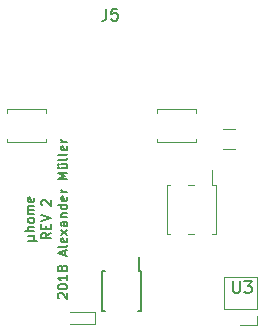
<source format=gto>
G04 #@! TF.FileFunction,Legend,Top*
%FSLAX46Y46*%
G04 Gerber Fmt 4.6, Leading zero omitted, Abs format (unit mm)*
G04 Created by KiCad (PCBNEW 4.0.7-e2-6376~60~ubuntu17.10.1) date Mon Apr  2 23:18:42 2018*
%MOMM*%
%LPD*%
G01*
G04 APERTURE LIST*
%ADD10C,0.100000*%
%ADD11C,0.200000*%
%ADD12C,0.120000*%
%ADD13C,0.150000*%
G04 APERTURE END LIST*
D10*
D11*
X158245371Y-142442972D02*
X159045371Y-142442972D01*
X158664419Y-142062019D02*
X158740610Y-142023924D01*
X158778705Y-141947734D01*
X158664419Y-142442972D02*
X158740610Y-142404877D01*
X158778705Y-142328686D01*
X158778705Y-142176305D01*
X158740610Y-142100115D01*
X158664419Y-142062019D01*
X158245371Y-142062019D01*
X158778705Y-141604877D02*
X157978705Y-141604877D01*
X158778705Y-141262020D02*
X158359657Y-141262020D01*
X158283467Y-141300115D01*
X158245371Y-141376305D01*
X158245371Y-141490591D01*
X158283467Y-141566782D01*
X158321562Y-141604877D01*
X158778705Y-140766781D02*
X158740610Y-140842972D01*
X158702514Y-140881067D01*
X158626324Y-140919162D01*
X158397752Y-140919162D01*
X158321562Y-140881067D01*
X158283467Y-140842972D01*
X158245371Y-140766781D01*
X158245371Y-140652495D01*
X158283467Y-140576305D01*
X158321562Y-140538210D01*
X158397752Y-140500114D01*
X158626324Y-140500114D01*
X158702514Y-140538210D01*
X158740610Y-140576305D01*
X158778705Y-140652495D01*
X158778705Y-140766781D01*
X158778705Y-140157257D02*
X158245371Y-140157257D01*
X158321562Y-140157257D02*
X158283467Y-140119162D01*
X158245371Y-140042971D01*
X158245371Y-139928685D01*
X158283467Y-139852495D01*
X158359657Y-139814400D01*
X158778705Y-139814400D01*
X158359657Y-139814400D02*
X158283467Y-139776304D01*
X158245371Y-139700114D01*
X158245371Y-139585828D01*
X158283467Y-139509638D01*
X158359657Y-139471543D01*
X158778705Y-139471543D01*
X158740610Y-138785828D02*
X158778705Y-138862018D01*
X158778705Y-139014399D01*
X158740610Y-139090590D01*
X158664419Y-139128685D01*
X158359657Y-139128685D01*
X158283467Y-139090590D01*
X158245371Y-139014399D01*
X158245371Y-138862018D01*
X158283467Y-138785828D01*
X158359657Y-138747733D01*
X158435848Y-138747733D01*
X158512038Y-139128685D01*
X160178705Y-141757257D02*
X159797752Y-142023924D01*
X160178705Y-142214400D02*
X159378705Y-142214400D01*
X159378705Y-141909638D01*
X159416800Y-141833447D01*
X159454895Y-141795352D01*
X159531086Y-141757257D01*
X159645371Y-141757257D01*
X159721562Y-141795352D01*
X159759657Y-141833447D01*
X159797752Y-141909638D01*
X159797752Y-142214400D01*
X159759657Y-141414400D02*
X159759657Y-141147733D01*
X160178705Y-141033447D02*
X160178705Y-141414400D01*
X159378705Y-141414400D01*
X159378705Y-141033447D01*
X159378705Y-140804876D02*
X160178705Y-140538209D01*
X159378705Y-140271542D01*
X159454895Y-139433447D02*
X159416800Y-139395352D01*
X159378705Y-139319161D01*
X159378705Y-139128685D01*
X159416800Y-139052495D01*
X159454895Y-139014399D01*
X159531086Y-138976304D01*
X159607276Y-138976304D01*
X159721562Y-139014399D01*
X160178705Y-139471542D01*
X160178705Y-138976304D01*
X160854895Y-147319163D02*
X160816800Y-147281068D01*
X160778705Y-147204877D01*
X160778705Y-147014401D01*
X160816800Y-146938211D01*
X160854895Y-146900115D01*
X160931086Y-146862020D01*
X161007276Y-146862020D01*
X161121562Y-146900115D01*
X161578705Y-147357258D01*
X161578705Y-146862020D01*
X160778705Y-146366782D02*
X160778705Y-146290591D01*
X160816800Y-146214401D01*
X160854895Y-146176306D01*
X160931086Y-146138210D01*
X161083467Y-146100115D01*
X161273943Y-146100115D01*
X161426324Y-146138210D01*
X161502514Y-146176306D01*
X161540610Y-146214401D01*
X161578705Y-146290591D01*
X161578705Y-146366782D01*
X161540610Y-146442972D01*
X161502514Y-146481068D01*
X161426324Y-146519163D01*
X161273943Y-146557258D01*
X161083467Y-146557258D01*
X160931086Y-146519163D01*
X160854895Y-146481068D01*
X160816800Y-146442972D01*
X160778705Y-146366782D01*
X161578705Y-145338210D02*
X161578705Y-145795353D01*
X161578705Y-145566782D02*
X160778705Y-145566782D01*
X160892990Y-145642972D01*
X160969181Y-145719163D01*
X161007276Y-145795353D01*
X161121562Y-144881067D02*
X161083467Y-144957258D01*
X161045371Y-144995353D01*
X160969181Y-145033448D01*
X160931086Y-145033448D01*
X160854895Y-144995353D01*
X160816800Y-144957258D01*
X160778705Y-144881067D01*
X160778705Y-144728686D01*
X160816800Y-144652496D01*
X160854895Y-144614400D01*
X160931086Y-144576305D01*
X160969181Y-144576305D01*
X161045371Y-144614400D01*
X161083467Y-144652496D01*
X161121562Y-144728686D01*
X161121562Y-144881067D01*
X161159657Y-144957258D01*
X161197752Y-144995353D01*
X161273943Y-145033448D01*
X161426324Y-145033448D01*
X161502514Y-144995353D01*
X161540610Y-144957258D01*
X161578705Y-144881067D01*
X161578705Y-144728686D01*
X161540610Y-144652496D01*
X161502514Y-144614400D01*
X161426324Y-144576305D01*
X161273943Y-144576305D01*
X161197752Y-144614400D01*
X161159657Y-144652496D01*
X161121562Y-144728686D01*
X161350133Y-143662019D02*
X161350133Y-143281067D01*
X161578705Y-143738210D02*
X160778705Y-143471543D01*
X161578705Y-143204876D01*
X161578705Y-142823924D02*
X161540610Y-142900115D01*
X161464419Y-142938210D01*
X160778705Y-142938210D01*
X161540610Y-142214400D02*
X161578705Y-142290590D01*
X161578705Y-142442971D01*
X161540610Y-142519162D01*
X161464419Y-142557257D01*
X161159657Y-142557257D01*
X161083467Y-142519162D01*
X161045371Y-142442971D01*
X161045371Y-142290590D01*
X161083467Y-142214400D01*
X161159657Y-142176305D01*
X161235848Y-142176305D01*
X161312038Y-142557257D01*
X161578705Y-141909638D02*
X161045371Y-141490591D01*
X161045371Y-141909638D02*
X161578705Y-141490591D01*
X161578705Y-140842972D02*
X161159657Y-140842972D01*
X161083467Y-140881067D01*
X161045371Y-140957257D01*
X161045371Y-141109638D01*
X161083467Y-141185829D01*
X161540610Y-140842972D02*
X161578705Y-140919162D01*
X161578705Y-141109638D01*
X161540610Y-141185829D01*
X161464419Y-141223924D01*
X161388229Y-141223924D01*
X161312038Y-141185829D01*
X161273943Y-141109638D01*
X161273943Y-140919162D01*
X161235848Y-140842972D01*
X161045371Y-140462019D02*
X161578705Y-140462019D01*
X161121562Y-140462019D02*
X161083467Y-140423924D01*
X161045371Y-140347733D01*
X161045371Y-140233447D01*
X161083467Y-140157257D01*
X161159657Y-140119162D01*
X161578705Y-140119162D01*
X161578705Y-139395352D02*
X160778705Y-139395352D01*
X161540610Y-139395352D02*
X161578705Y-139471542D01*
X161578705Y-139623923D01*
X161540610Y-139700114D01*
X161502514Y-139738209D01*
X161426324Y-139776304D01*
X161197752Y-139776304D01*
X161121562Y-139738209D01*
X161083467Y-139700114D01*
X161045371Y-139623923D01*
X161045371Y-139471542D01*
X161083467Y-139395352D01*
X161540610Y-138709637D02*
X161578705Y-138785827D01*
X161578705Y-138938208D01*
X161540610Y-139014399D01*
X161464419Y-139052494D01*
X161159657Y-139052494D01*
X161083467Y-139014399D01*
X161045371Y-138938208D01*
X161045371Y-138785827D01*
X161083467Y-138709637D01*
X161159657Y-138671542D01*
X161235848Y-138671542D01*
X161312038Y-139052494D01*
X161578705Y-138328685D02*
X161045371Y-138328685D01*
X161197752Y-138328685D02*
X161121562Y-138290590D01*
X161083467Y-138252494D01*
X161045371Y-138176304D01*
X161045371Y-138100113D01*
X161578705Y-137223923D02*
X160778705Y-137223923D01*
X161350133Y-136957256D01*
X160778705Y-136690589D01*
X161578705Y-136690589D01*
X161045371Y-135966780D02*
X161578705Y-135966780D01*
X161045371Y-136309637D02*
X161464419Y-136309637D01*
X161540610Y-136271542D01*
X161578705Y-136195351D01*
X161578705Y-136081065D01*
X161540610Y-136004875D01*
X161502514Y-135966780D01*
X160778705Y-136271542D02*
X160816800Y-136233446D01*
X160854895Y-136271542D01*
X160816800Y-136309637D01*
X160778705Y-136271542D01*
X160854895Y-136271542D01*
X160778705Y-135966780D02*
X160816800Y-135928684D01*
X160854895Y-135966780D01*
X160816800Y-136004875D01*
X160778705Y-135966780D01*
X160854895Y-135966780D01*
X161578705Y-135471541D02*
X161540610Y-135547732D01*
X161464419Y-135585827D01*
X160778705Y-135585827D01*
X161578705Y-135052493D02*
X161540610Y-135128684D01*
X161464419Y-135166779D01*
X160778705Y-135166779D01*
X161540610Y-134442969D02*
X161578705Y-134519159D01*
X161578705Y-134671540D01*
X161540610Y-134747731D01*
X161464419Y-134785826D01*
X161159657Y-134785826D01*
X161083467Y-134747731D01*
X161045371Y-134671540D01*
X161045371Y-134519159D01*
X161083467Y-134442969D01*
X161159657Y-134404874D01*
X161235848Y-134404874D01*
X161312038Y-134785826D01*
X161578705Y-134062017D02*
X161045371Y-134062017D01*
X161197752Y-134062017D02*
X161121562Y-134023922D01*
X161083467Y-133985826D01*
X161045371Y-133909636D01*
X161045371Y-133833445D01*
D12*
X163923600Y-149496400D02*
X163923600Y-148496400D01*
X163923600Y-148496400D02*
X161823600Y-148496400D01*
X163923600Y-149496400D02*
X161823600Y-149496400D01*
X177602500Y-148209000D02*
X177602500Y-145549000D01*
X177602500Y-145549000D02*
X174822500Y-145549000D01*
X174822500Y-145549000D02*
X174822500Y-148209000D01*
X174822500Y-148209000D02*
X177602500Y-148209000D01*
X177602500Y-148844000D02*
X177602500Y-149599000D01*
X177602500Y-149599000D02*
X176212500Y-149599000D01*
D13*
X167841800Y-145035400D02*
X167616800Y-145035400D01*
X167841800Y-148385400D02*
X167541800Y-148385400D01*
X164491800Y-148385400D02*
X164791800Y-148385400D01*
X164491800Y-145035400D02*
X164791800Y-145035400D01*
X167841800Y-145035400D02*
X167841800Y-148385400D01*
X164491800Y-145035400D02*
X164491800Y-148385400D01*
X167616800Y-145035400D02*
X167616800Y-143810400D01*
D12*
X174119600Y-137741600D02*
X174119600Y-141861600D01*
X169999600Y-137741600D02*
X169999600Y-141861600D01*
X173819600Y-136486600D02*
X173819600Y-137741600D01*
X174119600Y-137741600D02*
X173819600Y-137741600D01*
X174119600Y-141861600D02*
X173819600Y-141861600D01*
X170299600Y-137741600D02*
X169999600Y-137741600D01*
X170299600Y-141861600D02*
X169999600Y-141861600D01*
X172299600Y-137741600D02*
X171819600Y-137741600D01*
X172299600Y-141861600D02*
X171819600Y-141861600D01*
X159765000Y-131615000D02*
X159765000Y-131315000D01*
X159765000Y-131315000D02*
X156465000Y-131315000D01*
X156465000Y-131315000D02*
X156465000Y-131615000D01*
X159765000Y-133815000D02*
X159765000Y-134115000D01*
X159765000Y-134115000D02*
X156465000Y-134115000D01*
X156465000Y-134115000D02*
X156465000Y-133815000D01*
X175760000Y-132957200D02*
X174760000Y-132957200D01*
X174760000Y-134657200D02*
X175760000Y-134657200D01*
X172465000Y-131615000D02*
X172465000Y-131315000D01*
X172465000Y-131315000D02*
X169165000Y-131315000D01*
X169165000Y-131315000D02*
X169165000Y-131615000D01*
X172465000Y-133815000D02*
X172465000Y-134115000D01*
X172465000Y-134115000D02*
X169165000Y-134115000D01*
X169165000Y-134115000D02*
X169165000Y-133815000D01*
D13*
X164868267Y-122794781D02*
X164868267Y-123509067D01*
X164820647Y-123651924D01*
X164725409Y-123747162D01*
X164582552Y-123794781D01*
X164487314Y-123794781D01*
X165820648Y-122794781D02*
X165344457Y-122794781D01*
X165296838Y-123270971D01*
X165344457Y-123223352D01*
X165439695Y-123175733D01*
X165677791Y-123175733D01*
X165773029Y-123223352D01*
X165820648Y-123270971D01*
X165868267Y-123366210D01*
X165868267Y-123604305D01*
X165820648Y-123699543D01*
X165773029Y-123747162D01*
X165677791Y-123794781D01*
X165439695Y-123794781D01*
X165344457Y-123747162D01*
X165296838Y-123699543D01*
X175614095Y-145853581D02*
X175614095Y-146663105D01*
X175661714Y-146758343D01*
X175709333Y-146805962D01*
X175804571Y-146853581D01*
X175995048Y-146853581D01*
X176090286Y-146805962D01*
X176137905Y-146758343D01*
X176185524Y-146663105D01*
X176185524Y-145853581D01*
X176566476Y-145853581D02*
X177185524Y-145853581D01*
X176852190Y-146234533D01*
X176995048Y-146234533D01*
X177090286Y-146282152D01*
X177137905Y-146329771D01*
X177185524Y-146425010D01*
X177185524Y-146663105D01*
X177137905Y-146758343D01*
X177090286Y-146805962D01*
X176995048Y-146853581D01*
X176709333Y-146853581D01*
X176614095Y-146805962D01*
X176566476Y-146758343D01*
M02*

</source>
